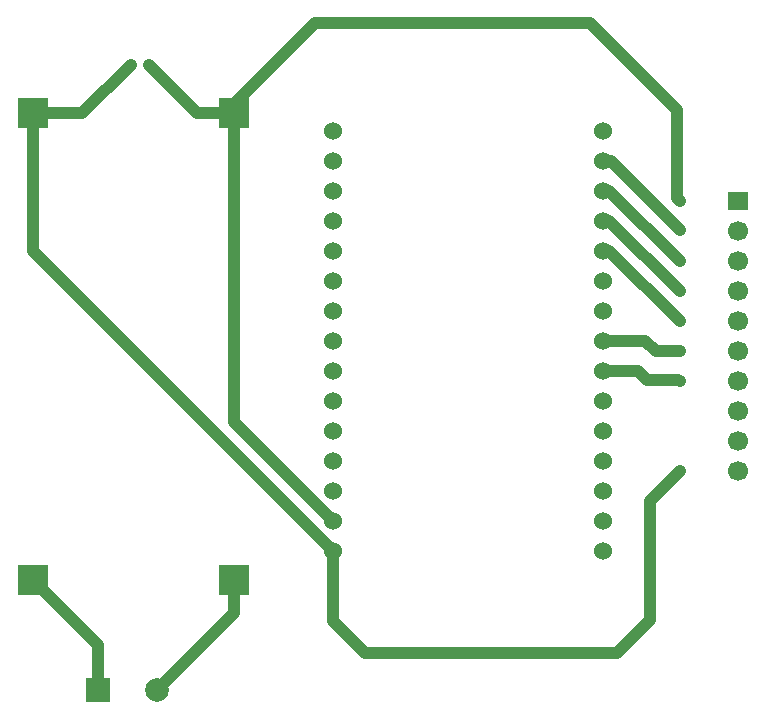
<source format=gbl>
G04 Layer: BottomLayer*
G04 EasyEDA v6.5.23, 2023-06-30 18:48:12*
G04 ce63e0724e664fe1a00c4e868be84300,cc60af95848b4e47b89df648a6ada5ad,10*
G04 Gerber Generator version 0.2*
G04 Scale: 100 percent, Rotated: No, Reflected: No *
G04 Dimensions in millimeters *
G04 leading zeros omitted , absolute positions ,4 integer and 5 decimal *
%FSLAX45Y45*%
%MOMM*%

%ADD10C,1.0000*%
%ADD11C,1.5240*%
%ADD12C,1.7000*%
%ADD13R,1.7000X1.5748*%
%ADD14R,2.5400X2.5400*%
%ADD15C,2.0000*%
%ADD16R,2.0000X2.0000*%

%LPD*%
D10*
X2984251Y1892045D02*
G01*
X2984251Y1295654D01*
X3251200Y1028700D01*
X5384800Y1028700D01*
X5664200Y1308100D01*
X5664200Y2311400D01*
X5918200Y2565400D01*
X1421272Y6007087D02*
G01*
X1833859Y5594504D01*
X2145405Y5594504D01*
X445411Y5594504D02*
G01*
X858565Y5594504D01*
X1271153Y6007087D01*
X445411Y5594504D02*
G01*
X445411Y4430880D01*
X2984251Y1892045D01*
X2145405Y5594504D02*
G01*
X2145405Y2984878D01*
X2984251Y2146045D01*
X2145405Y5594504D02*
G01*
X2145405Y5676013D01*
X2832100Y6362700D01*
X5156200Y6362700D01*
X5892800Y5626100D01*
X5892800Y4876800D01*
X5918200Y4851400D01*
X5270251Y3416045D02*
G01*
X5562848Y3416045D01*
X5638800Y3340100D01*
X5905500Y3340100D01*
X5918200Y3327400D01*
X5270251Y3670045D02*
G01*
X5626348Y3670045D01*
X5715000Y3581400D01*
X5918200Y3581400D01*
X5270251Y4432045D02*
G01*
X5321548Y4432045D01*
X5918200Y3835400D01*
X5270251Y4686045D02*
G01*
X5321548Y4686045D01*
X5918200Y4089400D01*
X5270251Y4940045D02*
G01*
X5321548Y4940045D01*
X5918200Y4343400D01*
X5270251Y5194045D02*
G01*
X5334248Y5194045D01*
X5918200Y4610100D01*
X1494594Y711200D02*
G01*
X2145405Y1362014D01*
X2145405Y1644495D01*
X445411Y1644495D02*
G01*
X994600Y1095314D01*
X994600Y711200D01*
D11*
G01*
X5270500Y1892300D03*
G01*
X5270245Y2146045D03*
G01*
X5270245Y2400045D03*
G01*
X5270245Y2654045D03*
G01*
X5270245Y2908045D03*
G01*
X5270245Y3162045D03*
G01*
X5270245Y3416045D03*
G01*
X5270245Y3670045D03*
G01*
X5270245Y3924045D03*
G01*
X5270245Y4178045D03*
G01*
X5270245Y4432045D03*
G01*
X5270245Y4686045D03*
G01*
X5270245Y4940045D03*
G01*
X5270245Y5194045D03*
G01*
X5270245Y5448045D03*
G01*
X2984245Y5448045D03*
G01*
X2984245Y5194045D03*
G01*
X2984245Y4940045D03*
G01*
X2984245Y4686045D03*
G01*
X2984245Y4432045D03*
G01*
X2984245Y4178045D03*
G01*
X2984245Y3924045D03*
G01*
X2984245Y3670045D03*
G01*
X2984245Y3416045D03*
G01*
X2984245Y3162045D03*
G01*
X2984245Y2908045D03*
G01*
X2984245Y2654045D03*
G01*
X2984245Y2400045D03*
G01*
X2984245Y2146045D03*
G01*
X2984245Y1892045D03*
D12*
G01*
X6413500Y2565400D03*
G01*
X6413500Y2819400D03*
G01*
X6413500Y3073400D03*
G01*
X6413500Y3327400D03*
G01*
X6413500Y3581400D03*
G01*
X6413500Y3835400D03*
G01*
X6413500Y4089400D03*
G01*
X6413500Y4343400D03*
G01*
X6413500Y4597400D03*
D13*
G01*
X6413500Y4851400D03*
D14*
G01*
X445414Y1644497D03*
G01*
X445414Y5594502D03*
G01*
X2145411Y5594502D03*
G01*
X2145411Y1644497D03*
D15*
G01*
X1494586Y711200D03*
D16*
G01*
X994613Y711200D03*
D10*
G01*
X1421256Y6007100D03*
G01*
X1271143Y6007100D03*
G01*
X5918200Y4610100D03*
G01*
X5918200Y4343400D03*
G01*
X5918200Y4089400D03*
G01*
X5918200Y3835400D03*
G01*
X5918200Y3581400D03*
G01*
X5918200Y3327400D03*
G01*
X5918200Y2565400D03*
G01*
X5918200Y4851400D03*
M02*

</source>
